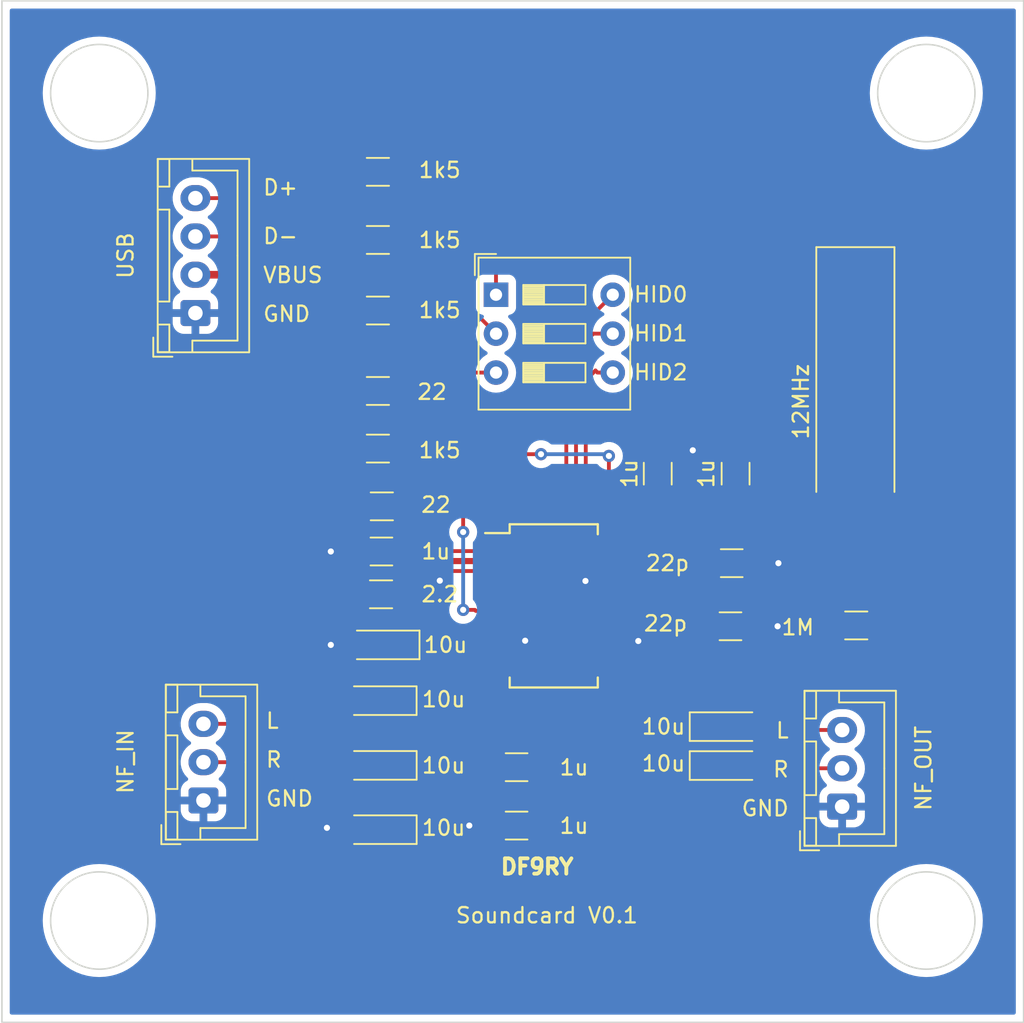
<source format=kicad_pcb>
(kicad_pcb (version 20211014) (generator pcbnew)
  (layers (0 "F.Cu" signal) (31 "B.Cu" power) (35 "F.Paste" user) (37 "F.SilkS" user "F.Silkscreen") (38 "B.Mask" user) (39 "F.Mask" user) (44 "Edge.Cuts" user))
  (net 0 "")
  (net 1 "Net-(C12-Pad1)")
  (net 2 "Net-(C13-Pad1)")
  (net 3 "Net-(J2-Pad3)")
  (net 4 "Net-(R7-Pad2)")
  (net 5 "Net-(J2-Pad4)")
  (net 6 "Net-(R6-Pad2)")
  (net 7 "Net-(C4-Pad2)")
  (net 8 "Net-(J2-Pad2)")
  (net 9 "VCC")
  (net 10 "Net-(R1-Pad1)")
  (net 11 "Net-(R3-Pad2)")
  (net 12 "Net-(R2-Pad2)")
  (net 13 "Net-(R1-Pad2)")
  (net 14 "GND")
  (net 15 "Net-(SW1-Pad6)")
  (net 16 "Net-(SW1-Pad5)")
  (net 17 "Net-(SW1-Pad4)")
  (net 18 "Net-(C5-Pad1)")
  (net 19 "Net-(C1-Pad1)")
  (net 20 "Net-(C2-Pad1)")
  (net 21 "Net-(C6-Pad1)")
  (net 22 "Net-(C11-Pad1)")
  (net 23 "Net-(C10-Pad1)")
  (net 24 "Net-(C7-Pad1)")
  (net 25 "Net-(C8-Pad1)")
  (net 26 "Net-(C9-Pad1)")
  (net 28 "Net-(C2-Pad2)")
  (net 29 "Net-(C1-Pad2)")
  (net 30 "Net-(C11-Pad2)")
  (net 31 "Net-(C10-Pad2)")
  (footprint "Resistor_SMD:R_1206_3216Metric_Pad1.30x1.75mm_HandSolder" (layer "F.Cu") (at 116.61 79.44)
    (fp_text reference "R6" hide)
    (fp_text value "22" (at 3.532 0.062) (layer "F.SilkS"))
    (fp_line (start -0.727064 -0.91) (end 0.727064 -0.91) (layer "F.SilkS") (width 0.12))
    (fp_line (start -0.727064 0.91) (end 0.727064 0.91) (layer "F.SilkS") (width 0.12))
    (pad "1" smd roundrect (at -1.55 0) (size 1.3 1.75) (layers "F.Cu" "F.Paste" "F.Mask") (roundrect_rratio 0.192308) (net 5 "Net-(J2-Pad4)"))
    (pad "2" smd roundrect (at 1.55 0) (size 1.3 1.75) (layers "F.Cu" "F.Paste" "F.Mask") (roundrect_rratio 0.192308) (net 6 "Net-(R6-Pad2)"))
  )
  (footprint "Capacitor_SMD:C_1206_3216Metric_Pad1.33x1.80mm_HandSolder" (layer "F.Cu") (at 134.874 84.836 -90)
    (fp_text reference "C4" hide)
    (fp_text value "1u" (at 0 1.85 90) (layer "F.SilkS"))
    (fp_line (start -0.711252 -0.91) (end 0.711252 -0.91) (layer "F.SilkS") (width 0.12))
    (fp_line (start -0.711252 0.91) (end 0.711252 0.91) (layer "F.SilkS") (width 0.12))
    (pad "1" smd roundrect (at -1.5625 0 270) (size 1.325 1.8) (layers "F.Cu" "F.Paste" "F.Mask") (roundrect_rratio 0.188679) (net 14 "GND"))
    (pad "2" smd roundrect (at 1.5625 0 270) (size 1.325 1.8) (layers "F.Cu" "F.Paste" "F.Mask") (roundrect_rratio 0.188679) (net 7 "Net-(C4-Pad2)"))
  )
  (footprint "Capacitor_Tantalum_SMD:CP_EIA-3216-18_Kemet-A_Pad1.58x1.35mm_HandSolder" (layer "F.Cu") (at 116.65 99.65 180)
    (fp_text reference "C1" hide)
    (fp_text value "10u" (at -4.254 0.082) (layer "F.SilkS"))
    (fp_line (start -2.485 -0.935) (end -2.485 0.935) (layer "F.SilkS") (width 0.12))
    (fp_line (start 1.6 -0.935) (end -2.485 -0.935) (layer "F.SilkS") (width 0.12))
    (fp_line (start -2.485 0.935) (end 1.6 0.935) (layer "F.SilkS") (width 0.12))
    (pad "1" smd roundrect (at -1.4375 0 180) (size 1.575 1.35) (layers "F.Cu" "F.Paste" "F.Mask") (roundrect_rratio 0.185185) (net 19 "Net-(C1-Pad1)"))
    (pad "2" smd roundrect (at 1.4375 0 180) (size 1.575 1.35) (layers "F.Cu" "F.Paste" "F.Mask") (roundrect_rratio 0.185185) (net 29 "Net-(C1-Pad2)"))
  )
  (footprint "Connector_JST:JST_XH_B3B-XH-A_1x03_P2.50mm_Vertical" (layer "F.Cu") (at 105.225 106.165 90)
    (fp_text reference "J1" hide)
    (fp_text value "NF_IN" (at 2.54 -5.08 90) (layer "F.SilkS"))
    (fp_line (start -2.56 3.51) (end 7.56 3.51) (layer "F.SilkS") (width 0.12))
    (fp_line (start 4.25 -1.7) (end 4.25 -2.45) (layer "F.SilkS") (width 0.12))
    (fp_line (start 7.55 -0.2) (end 6.8 -0.2) (layer "F.SilkS") (width 0.12))
    (fp_line (start -2.55 -0.2) (end -1.8 -0.2) (layer "F.SilkS") (width 0.12))
    (fp_line (start -2.85 -2.75) (end -2.85 -1.5) (layer "F.SilkS") (width 0.12))
    (fp_line (start -2.56 -2.46) (end -2.56 3.51) (layer "F.SilkS") (width 0.12))
    (fp_line (start -1.8 2.75) (end 2.5 2.75) (layer "F.SilkS") (width 0.12))
    (fp_line (start 0.75 -2.45) (end 0.75 -1.7) (layer "F.SilkS") (width 0.12))
    (fp_line (start 6.8 -0.2) (end 6.8 2.75) (layer "F.SilkS") (width 0.12))
    (fp_line (start -0.75 -2.45) (end -2.55 -2.45) (layer "F.SilkS") (width 0.12))
    (fp_line (start 5.75 -2.45) (end 5.75 -1.7) (layer "F.SilkS") (width 0.12))
    (fp_line (start 5.75 -1.7) (end 7.55 -1.7) (layer "F.SilkS") (width 0.12))
    (fp_line (start 4.25 -2.45) (end 0.75 -2.45) (layer "F.SilkS") (width 0.12))
    (fp_line (start 7.55 -2.45) (end 5.75 -2.45) (layer "F.SilkS") (width 0.12))
    (fp_line (start 0.75 -1.7) (end 4.25 -1.7) (layer "F.SilkS") (width 0.12))
    (fp_line (start 7.56 3.51) (end 7.56 -2.46) (layer "F.SilkS") (width 0.12))
    (fp_line (start -1.6 -2.75) (end -2.85 -2.75) (layer "F.SilkS") (width 0.12))
    (fp_line (start -1.8 -0.2) (end -1.8 2.75) (layer "F.SilkS") (width 0.12))
    (fp_line (start -2.55 -2.45) (end -2.55 -1.7) (layer "F.SilkS") (width 0.12))
    (fp_line (start -0.75 -1.7) (end -0.75 -2.45) (layer "F.SilkS") (width 0.12))
    (fp_line (start 7.56 -2.46) (end -2.56 -2.46) (layer "F.SilkS") (width 0.12))
    (fp_line (start 7.55 -1.7) (end 7.55 -2.45) (layer "F.SilkS") (width 0.12))
    (fp_line (start -2.55 -1.7) (end -0.75 -1.7) (layer "F.SilkS") (width 0.12))
    (fp_line (start 6.8 2.75) (end 2.5 2.75) (layer "F.SilkS") (width 0.12))
    (pad "1" thru_hole roundrect (at 0 0 90) (size 1.7 1.95) (drill 0.95) (layers *.Cu *.Mask) (roundrect_rratio 0.147059) (net 14 "GND"))
    (pad "2" thru_hole oval (at 2.5 0 90) (size 1.7 1.95) (drill 0.95) (layers *.Cu *.Mask) (net 28 "Net-(C2-Pad2)"))
    (pad "3" thru_hole oval (at 5 0 90) (size 1.7 1.95) (drill 0.95) (layers *.Cu *.Mask) (net 29 "Net-(C1-Pad2)"))
  )
  (footprint "Capacitor_SMD:C_1206_3216Metric_Pad1.33x1.80mm_HandSolder" (layer "F.Cu") (at 139.954 84.836 90)
    (fp_text reference "C9" hide)
    (fp_text value "1u" (at 0 -1.905 90) (layer "F.SilkS"))
    (fp_line (start -0.711252 0.91) (end 0.711252 0.91) (layer "F.SilkS") (width 0.12))
    (fp_line (start -0.711252 -0.91) (end 0.711252 -0.91) (layer "F.SilkS") (width 0.12))
    (pad "1" smd roundrect (at -1.5625 0 90) (size 1.325 1.8) (layers "F.Cu" "F.Paste" "F.Mask") (roundrect_rratio 0.188679) (net 26 "Net-(C9-Pad1)"))
    (pad "2" smd roundrect (at 1.5625 0 90) (size 1.325 1.8) (layers "F.Cu" "F.Paste" "F.Mask") (roundrect_rratio 0.188679) (net 14 "GND"))
  )
  (footprint "Capacitor_Tantalum_SMD:CP_EIA-3216-18_Kemet-A_Pad1.58x1.35mm_HandSolder" (layer "F.Cu") (at 116.84 96.012 180)
    (fp_text reference "C5" hide)
    (fp_text value "10u" (at -4.191 0) (layer "F.SilkS"))
    (fp_line (start -2.485 -0.935) (end -2.485 0.935) (layer "F.SilkS") (width 0.12))
    (fp_line (start -2.485 0.935) (end 1.6 0.935) (layer "F.SilkS") (width 0.12))
    (fp_line (start 1.6 -0.935) (end -2.485 -0.935) (layer "F.SilkS") (width 0.12))
    (pad "1" smd roundrect (at -1.4375 0 180) (size 1.575 1.35) (layers "F.Cu" "F.Paste" "F.Mask") (roundrect_rratio 0.185185) (net 18 "Net-(C5-Pad1)"))
    (pad "2" smd roundrect (at 1.4375 0 180) (size 1.575 1.35) (layers "F.Cu" "F.Paste" "F.Mask") (roundrect_rratio 0.185185) (net 14 "GND"))
  )
  (footprint "Resistor_SMD:R_1206_3216Metric_Pad1.30x1.75mm_HandSolder" (layer "F.Cu") (at 116.61 69.585)
    (fp_text reference "R2" hide)
    (fp_text value "1k5" (at 4.04 0.011) (layer "F.SilkS"))
    (fp_line (start -0.727064 0.91) (end 0.727064 0.91) (layer "F.SilkS") (width 0.12))
    (fp_line (start -0.727064 -0.91) (end 0.727064 -0.91) (layer "F.SilkS") (width 0.12))
    (pad "1" smd roundrect (at -1.55 0) (size 1.3 1.75) (layers "F.Cu" "F.Paste" "F.Mask") (roundrect_rratio 0.192308) (net 10 "Net-(R1-Pad1)"))
    (pad "2" smd roundrect (at 1.55 0) (size 1.3 1.75) (layers "F.Cu" "F.Paste" "F.Mask") (roundrect_rratio 0.192308) (net 12 "Net-(R2-Pad2)"))
  )
  (footprint "Capacitor_Tantalum_SMD:CP_EIA-3216-18_Kemet-A_Pad1.58x1.35mm_HandSolder" (layer "F.Cu") (at 116.655 108.07 180)
    (fp_text reference "C6" hide)
    (fp_text value "10u" (at -4.249 0.12) (layer "F.SilkS"))
    (fp_line (start -2.485 -0.935) (end -2.485 0.935) (layer "F.SilkS") (width 0.12))
    (fp_line (start 1.6 -0.935) (end -2.485 -0.935) (layer "F.SilkS") (width 0.12))
    (fp_line (start -2.485 0.935) (end 1.6 0.935) (layer "F.SilkS") (width 0.12))
    (pad "1" smd roundrect (at -1.4375 0 180) (size 1.575 1.35) (layers "F.Cu" "F.Paste" "F.Mask") (roundrect_rratio 0.185185) (net 21 "Net-(C6-Pad1)"))
    (pad "2" smd roundrect (at 1.4375 0 180) (size 1.575 1.35) (layers "F.Cu" "F.Paste" "F.Mask") (roundrect_rratio 0.185185) (net 14 "GND"))
  )
  (footprint "Capacitor_SMD:C_1206_3216Metric_Pad1.33x1.80mm_HandSolder" (layer "F.Cu") (at 139.7 90.678)
    (fp_text reference "C12" hide)
    (fp_text value "22p" (at -4.191 0) (layer "F.SilkS"))
    (fp_line (start -0.711252 0.91) (end 0.711252 0.91) (layer "F.SilkS") (width 0.12))
    (fp_line (start -0.711252 -0.91) (end 0.711252 -0.91) (layer "F.SilkS") (width 0.12))
    (pad "1" smd roundrect (at -1.5625 0) (size 1.325 1.8) (layers "F.Cu" "F.Paste" "F.Mask") (roundrect_rratio 0.188679) (net 1 "Net-(C12-Pad1)"))
    (pad "2" smd roundrect (at 1.5625 0) (size 1.325 1.8) (layers "F.Cu" "F.Paste" "F.Mask") (roundrect_rratio 0.188679) (net 14 "GND"))
  )
  (footprint "Package_SO:SSOP-28_5.3x10.2mm_P0.65mm" (layer "F.Cu") (at 128.085 93.465)
    (fp_text reference "U1" hide)
    (fp_text value "PCM2902")
    (fp_line (start -2.875 5.325) (end 2.875 5.325) (layer "F.SilkS") (width 0.15))
    (fp_line (start 2.875 5.325) (end 2.875 4.675) (layer "F.SilkS") (width 0.15))
    (fp_line (start -2.875 5.325) (end -2.875 4.675) (layer "F.SilkS") (width 0.15))
    (fp_line (start -2.875 -4.75) (end -4.475 -4.75) (layer "F.SilkS") (width 0.15))
    (fp_line (start -2.875 -5.325) (end 2.875 -5.325) (layer "F.SilkS") (width 0.15))
    (fp_line (start -2.875 -5.325) (end -2.875 -4.75) (layer "F.SilkS") (width 0.15))
    (fp_line (start 2.875 -5.325) (end 2.875 -4.675) (layer "F.SilkS") (width 0.15))
    (pad "1" smd rect (at -3.6 -4.225) (size 1.75 0.45) (layers "F.Cu" "F.Paste" "F.Mask") (net 6 "Net-(R6-Pad2)"))
    (pad "2" smd rect (at -3.6 -3.575) (size 1.75 0.45) (layers "F.Cu" "F.Paste" "F.Mask") (net 4 "Net-(R7-Pad2)"))
    (pad "3" smd rect (at -3.6 -2.925) (size 1.75 0.45) (layers "F.Cu" "F.Paste" "F.Mask") (net 9 "VCC"))
    (pad "4" smd rect (at -3.6 -2.275) (size 1.75 0.45) (layers "F.Cu" "F.Paste" "F.Mask") (net 14 "GND"))
    (pad "5" smd rect (at -3.6 -1.625) (size 1.75 0.45) (layers "F.Cu" "F.Paste" "F.Mask") (net 15 "Net-(SW1-Pad6)"))
    (pad "6" smd rect (at -3.6 -0.975) (size 1.75 0.45) (layers "F.Cu" "F.Paste" "F.Mask") (net 16 "Net-(SW1-Pad5)"))
    (pad "7" smd rect (at -3.6 -0.325) (size 1.75 0.45) (layers "F.Cu" "F.Paste" "F.Mask") (net 17 "Net-(SW1-Pad4)"))
    (pad "8" smd rect (at -3.6 0.325) (size 1.75 0.45) (layers "F.Cu" "F.Paste" "F.Mask") (net 7 "Net-(C4-Pad2)"))
    (pad "9" smd rect (at -3.6 0.975) (size 1.75 0.45) (layers "F.Cu" "F.Paste" "F.Mask") (net 7 "Net-(C4-Pad2)"))
    (pad "10" smd rect (at -3.6 1.625) (size 1.75 0.45) (layers "F.Cu" "F.Paste" "F.Mask") (net 18 "Net-(C5-Pad1)"))
    (pad "11" smd rect (at -3.6 2.275) (size 1.75 0.45) (layers "F.Cu" "F.Paste" "F.Mask") (net 14 "GND"))
    (pad "12" smd rect (at -3.6 2.925) (size 1.75 0.45) (layers "F.Cu" "F.Paste" "F.Mask") (net 19 "Net-(C1-Pad1)"))
    (pad "13" smd rect (at -3.6 3.575) (size 1.75 0.45) (layers "F.Cu" "F.Paste" "F.Mask") (net 20 "Net-(C2-Pad1)"))
    (pad "14" smd rect (at -3.6 4.225) (size 1.75 0.45) (layers "F.Cu" "F.Paste" "F.Mask") (net 21 "Net-(C6-Pad1)"))
    (pad "15" smd rect (at 3.6 4.225) (size 1.75 0.45) (layers "F.Cu" "F.Paste" "F.Mask") (net 22 "Net-(C11-Pad1)"))
    (pad "16" smd rect (at 3.6 3.575) (size 1.75 0.45) (layers "F.Cu" "F.Paste" "F.Mask") (net 23 "Net-(C10-Pad1)"))
    (pad "17" smd rect (at 3.6 2.925) (size 1.75 0.45) (layers "F.Cu" "F.Paste" "F.Mask") (net 24 "Net-(C7-Pad1)"))
    (pad "18" smd rect (at 3.6 2.275) (size 1.75 0.45) (layers "F.Cu" "F.Paste" "F.Mask") (net 14 "GND"))
    (pad "19" smd rect (at 3.6 1.625) (size 1.75 0.45) (layers "F.Cu" "F.Paste" "F.Mask") (net 25 "Net-(C8-Pad1)"))
    (pad "20" smd rect (at 3.6 0.975) (size 1.75 0.45) (layers "F.Cu" "F.Paste" "F.Mask") (net 2 "Net-(C13-Pad1)"))
    (pad "21" smd rect (at 3.6 0.325) (size 1.75 0.45) (layers "F.Cu" "F.Paste" "F.Mask") (net 1 "Net-(C12-Pad1)"))
    (pad "22" smd rect (at 3.6 -0.325) (size 1.75 0.45) (layers "F.Cu" "F.Paste" "F.Mask") (net 14 "GND"))
    (pad "23" smd rect (at 3.6 -0.975) (size 1.75 0.45) (layers "F.Cu" "F.Paste" "F.Mask") (net 26 "Net-(C9-Pad1)"))
    (pad "24" smd rect (at 3.6 -1.625) (size 1.75 0.45) (layers "F.Cu" "F.Paste" "F.Mask") (net 14 "GND"))
    (pad "25" smd rect (at 3.6 -2.275) (size 1.75 0.45) (layers "F.Cu" "F.Paste" "F.Mask"))
    (pad "26" smd rect (at 3.6 -2.925) (size 1.75 0.45) (layers "F.Cu" "F.Paste" "F.Mask") (net 14 "GND"))
    (pad "27" smd rect (at 3.6 -3.575) (size 1.75 0.45) (layers "F.Cu" "F.Paste" "F.Mask") (net 7 "Net-(C4-Pad2)"))
    (pad "28" smd rect (at 3.6 -4.225) (size 1.75 0.45) (layers "F.Cu" "F.Paste" "F.Mask") (net 10 "Net-(R1-Pad1)"))
  )
  (footprint "Resistor_SMD:R_1206_3216Metric_Pad1.30x1.75mm_HandSolder" (layer "F.Cu") (at 116.61 74.19)
    (fp_text reference "R3" hide)
    (fp_text value "1k5" (at 4.04 -0.022) (layer "F.SilkS"))
    (fp_line (start -0.727064 0.91) (end 0.727064 0.91) (layer "F.SilkS") (width 0.12))
    (fp_line (start -0.727064 -0.91) (end 0.727064 -0.91) (layer "F.SilkS") (width 0.12))
    (pad "1" smd roundrect (at -1.55 0) (size 1.3 1.75) (layers "F.Cu" "F.Paste" "F.Mask") (roundrect_rratio 0.192308) (net 10 "Net-(R1-Pad1)"))
    (pad "2" smd roundrect (at 1.55 0) (size 1.3 1.75) (layers "F.Cu" "F.Paste" "F.Mask") (roundrect_rratio 0.192308) (net 11 "Net-(R3-Pad2)"))
  )
  (footprint "Capacitor_SMD:C_1206_3216Metric_Pad1.33x1.80mm_HandSolder" (layer "F.Cu") (at 139.62 94.795)
    (fp_text reference "C13" hide)
    (fp_text value "22p" (at -4.238 -0.18) (layer "F.SilkS"))
    (fp_line (start -0.711252 0.91) (end 0.711252 0.91) (layer "F.SilkS") (width 0.12))
    (fp_line (start -0.711252 -0.91) (end 0.711252 -0.91) (layer "F.SilkS") (width 0.12))
    (pad "1" smd roundrect (at -1.5625 0) (size 1.325 1.8) (layers "F.Cu" "F.Paste" "F.Mask") (roundrect_rratio 0.188679) (net 2 "Net-(C13-Pad1)"))
    (pad "2" smd roundrect (at 1.5625 0) (size 1.325 1.8) (layers "F.Cu" "F.Paste" "F.Mask") (roundrect_rratio 0.188679) (net 14 "GND"))
  )
  (footprint "Capacitor_SMD:C_1206_3216Metric_Pad1.33x1.80mm_HandSolder" (layer "F.Cu") (at 125.661 107.803 180)
    (fp_text reference "C7" hide)
    (fp_text value "1u" (at -3.752 -0.02) (layer "F.SilkS"))
    (fp_line (start -0.711252 -0.91) (end 0.711252 -0.91) (layer "F.SilkS") (width 0.12))
    (fp_line (start -0.711252 0.91) (end 0.711252 0.91) (layer "F.SilkS") (width 0.12))
    (pad "1" smd roundrect (at -1.5625 0 180) (size 1.325 1.8) (layers "F.Cu" "F.Paste" "F.Mask") (roundrect_rratio 0.188679) (net 24 "Net-(C7-Pad1)"))
    (pad "2" smd roundrect (at 1.5625 0 180) (size 1.325 1.8) (layers "F.Cu" "F.Paste" "F.Mask") (roundrect_rratio 0.188679) (net 14 "GND"))
  )
  (footprint "Resistor_SMD:R_1206_3216Metric_Pad1.30x1.75mm_HandSolder" (layer "F.Cu") (at 116.61 65.14)
    (fp_text reference "R1" hide)
    (fp_text value "1k5" (at 4.04 -0.116) (layer "F.SilkS"))
    (fp_line (start -0.727064 -0.91) (end 0.727064 -0.91) (layer "F.SilkS") (width 0.12))
    (fp_line (start -0.727064 0.91) (end 0.727064 0.91) (layer "F.SilkS") (width 0.12))
    (pad "1" smd roundrect (at -1.55 0) (size 1.3 1.75) (layers "F.Cu" "F.Paste" "F.Mask") (roundrect_rratio 0.192308) (net 10 "Net-(R1-Pad1)"))
    (pad "2" smd roundrect (at 1.55 0) (size 1.3 1.75) (layers "F.Cu" "F.Paste" "F.Mask") (roundrect_rratio 0.192308) (net 13 "Net-(R1-Pad2)"))
  )
  (footprint "Crystal:Crystal_SMD_HC49-SD_HandSoldering" (layer "F.Cu") (at 147.77 80.13 -90)
    (fp_text reference "Y1" hide)
    (fp_text value "12MHz" (at 0 3.55 90) (layer "F.SilkS"))
    (fp_line (start -10.075 -2.55) (end -10.075 2.55) (layer "F.SilkS") (width 0.12))
    (fp_line (start -10.075 2.55) (end 5.9 2.55) (layer "F.SilkS") (width 0.12))
    (fp_line (start 5.9 -2.55) (end -10.075 -2.55) (layer "F.SilkS") (width 0.12))
    (pad "1" smd rect (at -5.9375 0 270) (size 7.875 2) (layers "F.Cu" "F.Paste" "F.Mask") (net 2 "Net-(C13-Pad1)"))
    (pad "2" smd rect (at 5.9375 0 270) (size 7.875 2) (layers "F.Cu" "F.Paste" "F.Mask") (net 1 "Net-(C12-Pad1)"))
  )
  (footprint "Capacitor_SMD:C_1206_3216Metric_Pad1.33x1.80mm_HandSolder" (layer "F.Cu") (at 125.661 103.993 180)
    (fp_text reference "C8" hide)
    (fp_text value "1u" (at -3.752 -0.02) (layer "F.SilkS"))
    (fp_line (start -0.711252 -0.91) (end 0.711252 -0.91) (layer "F.SilkS") (width 0.12))
    (fp_line (start -0.711252 0.91) (end 0.711252 0.91) (layer "F.SilkS") (width 0.12))
    (pad "1" smd roundrect (at -1.5625 0 180) (size 1.325 1.8) (layers "F.Cu" "F.Paste" "F.Mask") (roundrect_rratio 0.188679) (net 25 "Net-(C8-Pad1)"))
    (pad "2" smd roundrect (at 1.5625 0 180) (size 1.325 1.8) (layers "F.Cu" "F.Paste" "F.Mask") (roundrect_rratio 0.188679) (net 14 "GND"))
  )
  (footprint "Connector_JST:JST_XH_B3B-XH-A_1x03_P2.50mm_Vertical" (layer "F.Cu") (at 146.9075 106.565 90)
    (fp_text reference "J3" hide)
    (fp_text value "NF_OUT" (at 2.5 5.3075 270) (layer "F.SilkS"))
    (fp_line (start 6.8 2.75) (end 2.5 2.75) (layer "F.SilkS") (width 0.12))
    (fp_line (start -2.55 -1.7) (end -0.75 -1.7) (layer "F.SilkS") (width 0.12))
    (fp_line (start -2.85 -2.75) (end -2.85 -1.5) (layer "F.SilkS") (width 0.12))
    (fp_line (start 4.25 -2.45) (end 0.75 -2.45) (layer "F.SilkS") (width 0.12))
    (fp_line (start 0.75 -2.45) (end 0.75 -1.7) (layer "F.SilkS") (width 0.12))
    (fp_line (start -2.56 3.51) (end 7.56 3.51) (layer "F.SilkS") (width 0.12))
    (fp_line (start 7.55 -0.2) (end 6.8 -0.2) (layer "F.SilkS") (width 0.12))
    (fp_line (start -1.8 -0.2) (end -1.8 2.75) (layer "F.SilkS") (width 0.12))
    (fp_line (start -1.6 -2.75) (end -2.85 -2.75) (layer "F.SilkS") (width 0.12))
    (fp_line (start 7.55 -1.7) (end 7.55 -2.45) (layer "F.SilkS") (width 0.12))
    (fp_line (start 6.8 -0.2) (end 6.8 2.75) (layer "F.SilkS") (width 0.12))
    (fp_line (start -2.55 -2.45) (end -2.55 -1.7) (layer "F.SilkS") (width 0.12))
    (fp_line (start -2.56 -2.46) (end -2.56 3.51) (layer "F.SilkS") (width 0.12))
    (fp_line (start 4.25 -1.7) (end 4.25 -2.45) (layer "F.SilkS") (width 0.12))
    (fp_line (start -2.55 -0.2) (end -1.8 -0.2) (layer "F.SilkS") (width 0.12))
    (fp_line (start -0.75 -2.45) (end -2.55 -2.45) (layer "F.SilkS") (width 0.12))
    (fp_line (start 7.55 -2.45) (end 5.75 -2.45) (layer "F.SilkS") (width 0.12))
    (fp_line (start 7.56 -2.46) (end -2.56 -2.46) (layer "F.SilkS") (width 0.12))
    (fp_line (start 7.56 3.51) (end 7.56 -2.46) (layer "F.SilkS") (width 0.12))
    (fp_line (start 0.75 -1.7) (end 4.25 -1.7) (layer "F.SilkS") (width 0.12))
    (fp_line (start 5.75 -2.45) (end 5.75 -1.7) (layer "F.SilkS") (width 0.12))
    (fp_line (start -1.8 2.75) (end 2.5 2.75) (layer "F.SilkS") (width 0.12))
    (fp_line (start 5.75 -1.7) (end 7.55 -1.7) (layer "F.SilkS") (width 0.12))
    (fp_line (start -0.75 -1.7) (end -0.75 -2.45) (layer "F.SilkS") (width 0.12))
    (pad "1" thru_hole roundrect (at 0 0 90) (size 1.7 1.95) (drill 0.95) (layers *.Cu *.Mask) (roundrect_rratio 0.147059) (net 14 "GND"))
    (pad "2" thru_hole oval (at 2.5 0 90) (size 1.7 1.95) (drill 0.95) (layers *.Cu *.Mask) (net 30 "Net-(C11-Pad2)"))
    (pad "3" thru_hole oval (at 5 0 90) (size 1.7 1.95) (drill 0.95) (layers *.Cu *.Mask) (net 31 "Net-(C10-Pad2)"))
  )
  (footprint "Resistor_SMD:R_1206_3216Metric_Pad1.30x1.75mm_HandSolder" (layer "F.Cu") (at 116.816 92.71)
    (fp_text reference "R4" hide)
    (fp_text value "2.2" (at 3.834 0) (layer "F.SilkS"))
    (fp_line (start -0.727064 -0.91) (end 0.727064 -0.91) (layer "F.SilkS") (width 0.12))
    (fp_line (start -0.727064 0.91) (end 0.727064 0.91) (layer "F.SilkS") (width 0.12))
    (pad "1" smd roundrect (at -1.55 0) (size 1.3 1.75) (layers "F.Cu" "F.Paste" "F.Mask") (roundrect_rratio 0.192308) (net 8 "Net-(J2-Pad2)"))
    (pad "2" smd roundrect (at 1.55 0) (size 1.3 1.75) (layers "F.Cu" "F.Paste" "F.Mask") (roundrect_rratio 0.192308) (net 9 "VCC"))
  )
  (footprint "Capacitor_Tantalum_SMD:CP_EIA-3216-18_Kemet-A_Pad1.58x1.35mm_HandSolder" (layer "F.Cu") (at 139.446 103.886)
    (fp_text reference "C11" hide)
    (fp_text value "10u" (at -4.191 -0.127) (layer "F.SilkS"))
    (fp_line (start 1.6 -0.935) (end -2.485 -0.935) (layer "F.SilkS") (width 0.12))
    (fp_line (start -2.485 -0.935) (end -2.485 0.935) (layer "F.SilkS") (width 0.12))
    (fp_line (start -2.485 0.935) (end 1.6 0.935) (layer "F.SilkS") (width 0.12))
    (pad "1" smd roundrect (at -1.4375 0) (size 1.575 1.35) (layers "F.Cu" "F.Paste" "F.Mask") (roundrect_rratio 0.185185) (net 22 "Net-(C11-Pad1)"))
    (pad "2" smd roundrect (at 1.4375 0) (size 1.575 1.35) (layers "F.Cu" "F.Paste" "F.Mask") (roundrect_rratio 0.185185) (net 30 "Net-(C11-Pad2)"))
  )
  (footprint "Resistor_SMD:R_1206_3216Metric_Pad1.30x1.75mm_HandSolder" (layer "F.Cu") (at 116.61 83.2)
    (fp_text reference "R5" hide)
    (fp_text value "1k5" (at 4.04 0.112) (layer "F.SilkS"))
    (fp_line (start -0.727064 -0.91) (end 0.727064 -0.91) (layer "F.SilkS") (width 0.12))
    (fp_line (start -0.727064 0.91) (end 0.727064 0.91) (layer "F.SilkS") (width 0.12))
    (pad "1" smd roundrect (at -1.55 0) (size 1.3 1.75) (layers "F.Cu" "F.Paste" "F.Mask") (roundrect_rratio 0.192308) (net 5 "Net-(J2-Pad4)"))
    (pad "2" smd roundrect (at 1.55 0) (size 1.3 1.75) (layers "F.Cu" "F.Paste" "F.Mask") (roundrect_rratio 0.192308) (net 7 "Net-(C4-Pad2)"))
  )
  (footprint "Capacitor_Tantalum_SMD:CP_EIA-3216-18_Kemet-A_Pad1.58x1.35mm_HandSolder" (layer "F.Cu") (at 116.655 103.875 180)
    (fp_text reference "C2" hide)
    (fp_text value "10u" (at -4.249 -0.011) (layer "F.SilkS"))
    (fp_line (start -2.485 0.935) (end 1.6 0.935) (layer "F.SilkS") (width 0.12))
    (fp_line (start 1.6 -0.935) (end -2.485 -0.935) (layer "F.SilkS") (width 0.12))
    (fp_line (start -2.485 -0.935) (end -2.485 0.935) (layer "F.SilkS") (width 0.12))
    (pad "1" smd roundrect (at -1.4375 0 180) (size 1.575 1.35) (layers "F.Cu" "F.Paste" "F.Mask") (roundrect_rratio 0.185185) (net 20 "Net-(C2-Pad1)"))
    (pad "2" smd roundrect (at 1.4375 0 180) (size 1.575 1.35) (layers "F.Cu" "F.Paste" "F.Mask") (roundrect_rratio 0.185185) (net 28 "Net-(C2-Pad2)"))
  )
  (footprint "Resistor_SMD:R_1206_3216Metric_Pad1.30x1.75mm_HandSolder" (layer "F.Cu") (at 116.866 86.97)
    (fp_text reference "R7" hide)
    (fp_text value "22" (at 3.53 -0.102) (layer "F.SilkS"))
    (fp_line (start -0.727064 -0.91) (end 0.727064 -0.91) (layer "F.SilkS") (width 0.12))
    (fp_line (start -0.727064 0.91) (end 0.727064 0.91) (layer "F.SilkS") (width 0.12))
    (pad "1" smd roundrect (at -1.55 0) (size 1.3 1.75) (layers "F.Cu" "F.Paste" "F.Mask") (roundrect_rratio 0.192308) (net 3 "Net-(J2-Pad3)"))
    (pad "2" smd roundrect (at 1.55 0) (size 1.3 1.75) (layers "F.Cu" "F.Paste" "F.Mask") (roundrect_rratio 0.192308) (net 4 "Net-(R7-Pad2)"))
  )
  (footprint "Connector_JST:JST_XH_B4B-XH-A_1x04_P2.50mm_Vertical" (layer "F.Cu") (at 104.7 74.355 90)
    (fp_text reference "J2" hide)
    (fp_text value "USB" (at 3.75 -4.555 270) (layer "F.SilkS"))
    (fp_line (start 10.05 -0.2) (end 9.3 -0.2) (layer "F.SilkS") (width 0.12))
    (fp_line (start 10.05 -1.7) (end 10.05 -2.45) (layer "F.SilkS") (width 0.12))
    (fp_line (start -0.75 -2.45) (end -2.55 -2.45) (layer "F.SilkS") (width 0.12))
    (fp_line (start 8.25 -2.45) (end 8.25 -1.7) (layer "F.SilkS") (width 0.12))
    (fp_line (start 8.25 -1.7) (end 10.05 -1.7) (layer "F.SilkS") (width 0.12))
    (fp_line (start 6.75 -1.7) (end 6.75 -2.45) (layer "F.SilkS") (width 0.12))
    (fp_line (start -2.56 -2.46) (end -2.56 3.51) (layer "F.SilkS") (width 0.12))
    (fp_line (start 10.06 3.51) (end 10.06 -2.46) (layer "F.SilkS") (width 0.12))
    (fp_line (start 0.75 -1.7) (end 6.75 -1.7) (layer "F.SilkS") (width 0.12))
    (fp_line (start -2.55 -2.45) (end -2.55 -1.7) (layer "F.SilkS") (width 0.12))
    (fp_line (start 9.3 -0.2) (end 9.3 2.75) (layer "F.SilkS") (width 0.12))
    (fp_line (start -1.8 -0.2) (end -1.8 2.75) (layer "F.SilkS") (width 0.12))
    (fp_line (start 0.75 -2.45) (end 0.75 -1.7) (layer "F.SilkS") (width 0.12))
    (fp_line (start 6.75 -2.45) (end 0.75 -2.45) (layer "F.SilkS") (width 0.12))
    (fp_line (start -0.75 -1.7) (end -0.75 -2.45) (layer "F.SilkS") (width 0.12))
    (fp_line (start -2.55 -0.2) (end -1.8 -0.2) (layer "F.SilkS") (width 0.12))
    (fp_line (start -2.85 -2.75) (end -2.85 -1.5) (layer "F.SilkS") (width 0.12))
    (fp_line (start 10.05 -2.45) (end 8.25 -2.45) (layer "F.SilkS") (width 0.12))
    (fp_line (start -1.6 -2.75) (end -2.85 -2.75) (layer "F.SilkS") (width 0.12))
    (fp_line (start 9.3 2.75) (end 3.75 2.75) (layer "F.SilkS") (width 0.12))
    (fp_line (start -1.8 2.75) (end 3.75 2.75) (layer "F.SilkS") (width 0.12))
    (fp_line (start -2.55 -1.7) (end -0.75 -1.7) (layer "F.SilkS") (width 0.12))
    (fp_line (start 10.06 -2.46) (end -2.56 -2.46) (layer "F.SilkS") (width 0.12))
    (fp_line (start -2.56 3.51) (end 10.06 3.51) (layer "F.SilkS") (width 0.12))
    (pad "1" thru_hole roundrect (at 0 0 90) (size 1.7 1.95) (drill 0.95) (layers *.Cu *.Mask) (roundrect_rratio 0.147059) (net 14 "GND"))
    (pad "2" thru_hole oval (at 2.5 0 90) (size 1.7 1.95) (drill 0.95) (layers *.Cu *.Mask) (net 8 "Net-(J2-Pad2)"))
    (pad "3" thru_hole oval (at 5 0 90) (size 1.7 1.95) (drill 0.95) (layers *.Cu *.Mask) (net 3 "Net-(J2-Pad3)"))
    (pad "4" thru_hole oval (at 7.5 0 90) (size 1.7 1.95) (drill 0.95) (layers *.Cu *.Mask) (net 5 "Net-(J2-Pad4)"))
  )
  (footprint "Resistor_SMD:R_1206_3216Metric_Pad1.30x1.75mm_HandSolder" (layer "F.Cu") (at 147.828 94.742)
    (fp_text reference "R8" hide)
    (fp_text value "1M" (at -3.81 0.127) (layer "F.SilkS"))
    (fp_line (start -0.727064 -0.91) (end 0.727064 -0.91) (layer "F.SilkS") (width 0.12))
    (fp_line (start -0.727064 0.91) (end 0.727064 0.91) (layer "F.SilkS") (width 0.12))
    (pad "1" smd roundrect (at -1.55 0) (size 1.3 1.75) (layers "F.Cu" "F.Paste" "F.Mask") (roundrect_rratio 0.192308) (net 1 "Net-(C12-Pad1)"))
    (pad "2" smd roundrect (at 1.55 0) (size 1.3 1.75) (layers "F.Cu" "F.Paste" "F.Mask") (roundrect_rratio 0.192308) (net 2 "Net-(C13-Pad1)"))
  )
  (footprint "Button_Switch_THT:SW_DIP_SPSTx03_Slide_9.78x9.8mm_W7.62mm_P2.54mm" (layer "F.Cu") (at 124.3175 73.16)
    (fp_text reference "SW1" hide)
    (fp_text value "HID")
    (fp_line (start 1.78 5.645) (end 3.133333 5.645) (layer "F.SilkS") (width 0.12))
    (fp_line (start 1.78 2.025) (end 3.133333 2.025) (layer "F.SilkS") (width 0.12))
    (fp_line (start 1.78 2.265) (end 3.133333 2.265) (layer "F.SilkS") (width 0.12))
    (fp_line (start 1.78 -0.395) (end 3.133333 -0.395) (layer "F.SilkS") (width 0.12))
    (fp_line (start 1.78 5.285) (end 3.133333 5.285) (layer "F.SilkS") (width 0.12))
    (fp_line (start -1.14 -2.42) (end -1.14 7.5) (layer "F.SilkS") (width 0.12))
    (fp_line (start 1.78 5.525) (end 3.133333 5.525) (layer "F.SilkS") (width 0.12))
    (fp_line (start 1.78 -0.635) (end 1.78 0.635) (layer "F.SilkS") (width 0.12))
    (fp_line (start 1.78 0.325) (end 3.133333 0.325) (layer "F.SilkS") (width 0.12))
    (fp_line (start 1.78 2.145) (end 3.133333 2.145) (layer "F.SilkS") (width 0.12))
    (fp_line (start 1.78 0.445) (end 3.133333 0.445) (layer "F.SilkS") (width 0.12))
    (fp_line (start 3.133333 1.905) (end 3.133333 3.175) (layer "F.SilkS") (width 0.12))
    (fp_line (start 1.78 -0.515) (end 3.133333 -0.515) (layer "F.SilkS") (width 0.12))
    (fp_line (start 1.78 1.905) (end 1.78 3.175) (layer "F.SilkS") (width 0.12))
    (fp_line (start 8.76 -2.42) (end 8.76 7.5) (layer "F.SilkS") (width 0.12))
    (fp_line (start -1.38 -2.66) (end 0.004 -2.66) (layer "F.SilkS") (width 0.12))
    (fp_line (start 3.133333 4.445) (end 3.133333 5.715) (layer "F.SilkS") (width 0.12))
    (fp_line (start -1.38 -2.66) (end -1.38 -1.277) (layer "F.SilkS") (width 0.12))
    (fp_line (start 1.78 5.405) (end 3.133333 5.405) (layer "F.SilkS") (width 0.12))
    (fp_line (start -1.14 7.5) (end 8.76 7.5) (layer "F.SilkS") (width 0.12))
    (fp_line (start 5.84 5.715) (end 5.84 4.445) (layer "F.SilkS") (width 0.12))
    (fp_line (start 1.78 0.565) (end 3.133333 0.565) (layer "F.SilkS") (width 0.12))
    (fp_line (start 1.78 4.565) (end 3.133333 4.565) (layer "F.SilkS") (width 0.12))
    (fp_line (start 1.78 0.635) (end 5.84 0.635) (layer "F.SilkS") (width 0.12))
    (fp_line (start 1.78 -0.035) (end 3.133333 -0.035) (layer "F.SilkS") (width 0.12))
    (fp_line (start 1.78 2.985) (end 3.133333 2.985) (layer "F.SilkS") (width 0.12))
    (fp_line (start 1.78 -0.155) (end 3.133333 -0.155) (layer "F.SilkS") (width 0.12))
    (fp_line (start 1.78 0.085) (end 3.133333 0.085) (layer "F.SilkS") (width 0.12))
    (fp_line (start 1.78 2.625) (end 3.133333 2.625) (layer "F.SilkS") (width 0.12))
    (fp_line (start 5.84 3.175) (end 5.84 1.905) (layer "F.SilkS") (width 0.12))
    (fp_line (start 1.78 2.745) (end 3.133333 2.745) (layer "F.SilkS") (width 0.12))
    (fp_line (start 1.78 -0.275) (end 3.133333 -0.275) (layer "F.SilkS") (width 0.12))
    (fp_line (start 1.78 4.925) (end 3.133333 4.925) (layer "F.SilkS") (width 0.12))
    (fp_line (start 1.78 0.205) (end 3.133333 0.205) (layer "F.SilkS") (width 0.12))
    (fp_line (start -1.14 -2.42) (end 8.76 -2.42) (layer "F.SilkS") (width 0.12))
    (fp_line (start 1.78 4.445) (end 1.78 5.715) (layer "F.SilkS") (width 0.12))
    (fp_line (start 5.84 0.635) (end 5.84 -0.635) (layer "F.SilkS") (width 0.12))
    (fp_line (start 1.78 4.805) (end 3.133333 4.805) (layer "F.SilkS") (width 0.12))
    (fp_line (start 3.133333 -0.635) (end 3.133333 0.635) (layer "F.SilkS") (width 0.12))
    (fp_line (start 1.78 2.385) (end 3.133333 2.385) (layer "F.SilkS") (width 0.12))
    (fp_line (start 1.78 5.715) (end 5.84 5.715) (layer "F.SilkS") (width 0.12))
    (fp_line (start 5.84 4.445) (end 1.78 4.445) (layer "F.SilkS") (width 0.12))
    (fp_line (start 5.84 1.905) (end 1.78 1.905) (layer "F.SilkS") (width 0.12))
    (fp_line (start 1.78 4.685) (end 3.133333 4.685) (layer "F.SilkS") (width 0.12))
    (fp_line (start 1.78 3.175) (end 5.84 3.175) (layer "F.SilkS") (width 0.12))
    (fp_line (start 1.78 2.505) (end 3.133333 2.505) (layer "F.SilkS") (width 0.12))
    (fp_line (start 1.78 5.165) (end 3.133333 5.165) (layer "F.SilkS") (width 0.12))
    (fp_line (start 1.78 2.865) (end 3.133333 2.865) (layer "F.SilkS") (width 0.12))
    (fp_line (start 5.84 -0.635) (end 1.78 -0.635) (layer "F.SilkS") (width 0.12))
    (fp_line (start 1.78 5.045) (end 3.133333 5.045) (layer "F.SilkS") (width 0.12))
    (fp_line (start 1.78 3.105) (end 3.133333 3.105) (layer "F.SilkS") (width 0.12))
    (pad "1" thru_hole rect (at 0 0) (size 1.6 1.6) (drill 0.8) (layers *.Cu *.Mask) (net 13 "Net-(R1-Pad2)"))
    (pad "2" thru_hole oval (at 0 2.54) (size 1.6 1.6) (drill 0.8) (layers *.Cu *.Mask) (net 12 "Net-(R2-Pad2)"))
    (pad "3" thru_hole oval (at 0 5.08) (size 1.6 1.6) (drill 0.8) (layers *.Cu *.Mask) (net 11 "Net-(R3-Pad2)"))
    (pad "4" thru_hole oval (at 7.62 5.08) (size 1.6 1.6) (drill 0.8) (layers *.Cu *.Mask) (net 17 "Net-(SW1-Pad4)"))
    (pad "5" thru_hole oval (at 7.62 2.54) (size 1.6 1.6) (drill 0.8) (layers *.Cu *.Mask) (net 16 "Net-(SW1-Pad5)"))
    (pad "6" thru_hole oval (at 7.62 0) (size 1.6 1.6) (drill 0.8) (layers *.Cu *.Mask) (net 15 "Net-(SW1-Pad6)"))
  )
  (footprint "Capacitor_SMD:C_1206_3216Metric_Pad1.33x1.80mm_HandSolder" (layer "F.Cu") (at 116.84 89.916 180)
    (fp_text reference "C3" hide)
    (fp_text value "1u" (at -3.556 0) (layer "F.SilkS"))
    (fp_line (start -0.711252 -0.91) (end 0.711252 -0.91) (layer "F.SilkS") (width 0.12))
    (fp_line (start -0.711252 0.91) (end 0.711252 0.91) (layer "F.SilkS") (width 0.12))
    (pad "1" smd roundrect (at -1.5625 0 180) (size 1.325 1.8) (layers "F.Cu" "F.Paste" "F.Mask") (roundrect_rratio 0.188679) (net 9 "VCC"))
    (pad "2" smd roundrect (at 1.5625 0 180) (size 1.325 1.8) (layers "F.Cu" "F.Paste" "F.Mask") (roundrect_rratio 0.188679) (net 14 "GND"))
  )
  (footprint "Capacitor_Tantalum_SMD:CP_EIA-3216-18_Kemet-A_Pad1.58x1.35mm_HandSolder" (layer "F.Cu") (at 139.446 101.346)
    (fp_text reference "C10" hide)
    (fp_text value "10u" (at -4.191 0) (layer "F.SilkS"))
    (fp_line (start -2.485 -0.935) (end -2.485 0.935) (layer "F.SilkS") (width 0.12))
    (fp_line (start -2.485 0.935) (end 1.6 0.935) (layer "F.SilkS") (width 0.12))
    (fp_line (start 1.6 -0.935) (end -2.485 -0.935) (layer "F.SilkS") (width 0.12))
    (pad "1" smd roundrect (at -1.4375 0) (size 1.575 1.35) (layers "F.Cu" "F.Paste" "F.Mask") (roundrect_rratio 0.185185) (net 23 "Net-(C10-Pad1)"))
    (pad "2" smd roundrect (at 1.4375 0) (size 1.575 1.35) (layers "F.Cu" "F.Paste" "F.Mask") (roundrect_rratio 0.185185) (net 31 "Net-(C10-Pad2)"))
  )
  (gr_circle (center 152.4 60) (end 155.575 60) (layer "Edge.Cuts") (width 0.1) (fill none))
  (gr_circle (center 98.425 60) (end 101.6 60) (layer "Edge.Cuts") (width 0.1) (fill none))
  (gr_circle (center 152.4 114) (end 155.575 114) (layer "Edge.Cuts") (width 0.1) (fill none))
  (gr_rect (start 92.075 53.975) (end 158.75 120.65) (layer "Edge.Cuts") (width 0.1) (fill none))
  (gr_circle (center 98.425 114) (end 101.6 114) (layer "Edge.Cuts") (width 0.1) (fill none))
  (gr_text "D+" (at 109.035 66.16) (layer "F.SilkS") (effects (font (size 1 1)) (justify left)))
  (gr_text "GND" (at 109.22 106.045) (layer "F.SilkS") (effects (font (size 1 1)) (justify left)))
  (gr_text "D-" (at 109.035 69.335) (layer "F.SilkS") (effects (font (size 1 1)) (justify left)))
  (gr_text "L" (at 143.51 101.6) (layer "F.SilkS") (effects (font (size 1 1)) (justify right)))
  (gr_text "DF9RY" (at 127 110.49) (layer "F.SilkS") (effects (font (size 1 1) (thickness 0.25))))
  (gr_text "L" (at 109.22 100.965) (layer "F.SilkS") (effects (font (size 1 1)) (justify left)))
  (gr_text "Soundcard V0.1" (at 127.635 113.665) (layer "F.SilkS") (effects (font (size 1 1))))
  (gr_text "HID0" (at 135.07 73.145) (layer "F.SilkS") (effects (font (size 1 1))))
  (gr_text "GND" (at 143.51 106.68) (layer "F.SilkS") (effects (font (size 1 1)) (justify right)))
  (gr_text "HID2" (at 135.07 78.225) (layer "F.SilkS") (effects (font (size 1 1))))
  (gr_text "VBUS" (at 109.035 71.875) (layer "F.SilkS") (effects (font (size 1 1)) (justify left)))
  (gr_text "R" (at 109.22 103.505) (layer "F.SilkS") (effects (font (size 1 1)) (justify left)))
  (gr_text "R" (at 143.51 104.14) (layer "F.SilkS") (effects (font (size 1 1)) (justify right)))
  (gr_text "HID1" (at 135.07 75.685) (layer "F.SilkS") (effects (font (size 1 1))))
  (gr_text "GND" (at 109.035 74.415) (layer "F.SilkS") (effects (font (size 1 1)) (justify left)))
  (segment (start 134.048 93.79) (end 134.874 92.964) (width 0.25) (layer "F.Cu") (net 1))
  (segment (start 131.685 93.79) (end 134.048 93.79) (width 0.25) (layer "F.Cu") (net 1))
  (segment (start 147.77 90.228) (end 147.77 86.0675) (width 0.25) (layer "F.Cu") (net 1))
  (segment (start 145.161 92.837) (end 145.161 93.625) (width 0.25) (layer "F.Cu") (net 1))
  (segment (start 145.161 93.625) (end 146.278 94.742) (width 0.25) (layer "F.Cu") (net 1))
  (segment (start 137.16 90.678) (end 138.1375 90.678) (width 0.25) (layer "F.Cu") (net 1))
  (segment (start 145.034 92.964) (end 145.161 92.837) (width 0.25) (layer "F.Cu") (net 1))
  (segment (start 145.161 92.837) (end 147.77 90.228) (width 0.25) (layer "F.Cu") (net 1))
  (segment (start 134.874 92.964) (end 137.16 90.678) (width 0.25) (layer "F.Cu") (net 1))
  (segment (start 134.874 92.964) (end 145.034 92.964) (width 0.25) (layer "F.Cu") (net 1))
  (segment (start 138.0575 95.3855) (end 138.0575 94.795) (width 0.25) (layer "F.Cu") (net 2))
  (segment (start 138.0575 94.795) (end 134.419 94.795) (width 0.25) (layer "F.Cu") (net 2))
  (segment (start 151.892 94.742) (end 152.146 94.996) (width 0.25) (layer "F.Cu") (net 2))
  (segment (start 140.208 97.536) (end 138.0575 95.3855) (width 0.25) (layer "F.Cu") (net 2))
  (segment (start 152.146 94.996) (end 149.606 97.536) (width 0.25) (layer "F.Cu") (net 2))
  (segment (start 152.146 75.946) (end 152.146 94.996) (width 0.25) (layer "F.Cu") (net 2))
  (segment (start 149.378 94.742) (end 151.892 94.742) (width 0.25) (layer "F.Cu") (net 2))
  (segment (start 134.419 94.795) (end 134.064 94.44) (width 0.25) (layer "F.Cu") (net 2))
  (segment (start 147.77 74.1925) (end 150.3925 74.1925) (width 0.25) (layer "F.Cu") (net 2))
  (segment (start 150.3925 74.1925) (end 152.146 75.946) (width 0.25) (layer "F.Cu") (net 2))
  (segment (start 149.606 97.536) (end 140.208 97.536) (width 0.25) (layer "F.Cu") (net 2))
  (segment (start 134.064 94.44) (end 131.685 94.44) (width 0.25) (layer "F.Cu") (net 2))
  (segment (start 104.7 69.355) (end 108.217 69.355) (width 0.25) (layer "F.Cu") (net 3))
  (segment (start 112.014 83.924) (end 115.06 86.97) (width 0.25) (layer "F.Cu") (net 3))
  (segment (start 112.014 73.152) (end 112.014 83.924) (width 0.25) (layer "F.Cu") (net 3))
  (segment (start 108.217 69.355) (end 112.014 73.152) (width 0.25) (layer "F.Cu") (net 3))
  (segment (start 121.08 89.89) (end 118.16 86.97) (width 0.25) (layer "F.Cu") (net 4))
  (segment (start 124.485 89.89) (end 121.08 89.89) (width 0.25) (layer "F.Cu") (net 4))
  (segment (start 104.7 66.855) (end 106.987 66.855) (width 0.25) (layer "F.Cu") (net 5))
  (segment (start 106.987 66.855) (end 112.522 72.39) (width 0.25) (layer "F.Cu") (net 5))
  (segment (start 115.06 79.44) (end 115.06 83.2) (width 0.25) (layer "F.Cu") (net 5))
  (segment (start 114.238 79.44) (end 115.06 79.44) (width 0.25) (layer "F.Cu") (net 5))
  (segment (start 112.522 72.39) (end 112.522 77.724) (width 0.25) (layer "F.Cu") (net 5))
  (segment (start 112.522 77.724) (end 114.238 79.44) (width 0.25) (layer "F.Cu") (net 5))
  (segment (start 124.485 89.24) (end 124.485 85.765) (width 0.25) (layer "F.Cu") (net 6))
  (segment (start 124.485 85.765) (end 118.16 79.44) (width 0.25) (layer "F.Cu") (net 6))
  (segment (start 129.82 89.89) (end 125.92 93.79) (width 0.25) (layer "F.Cu") (net 7))
  (segment (start 125.92 93.79) (end 124.485 93.79) (width 0.25) (layer "F.Cu") (net 7))
  (segment (start 119.014 83.2) (end 122.174 86.36) (width 0.25) (layer "F.Cu") (net 7))
  (segment (start 134.874 87.63) (end 132.614 89.89) (width 0.25) (layer "F.Cu") (net 7))
  (segment (start 122.174 86.36) (end 122.174 88.646) (width 0.25) (layer "F.Cu") (net 7))
  (segment (start 131.685 89.89) (end 129.82 89.89) (width 0.25) (layer "F.Cu") (net 7))
  (segment (start 122.936 93.726) (end 122.174 93.726) (width 0.25) (layer "F.Cu") (net 7))
  (segment (start 124.485 94.44) (end 124.485 93.79) (width 0.25) (layer "F.Cu") (net 7))
  (segment (start 123 93.79) (end 122.936 93.726) (width 0.25) (layer "F.Cu") (net 7))
  (segment (start 124.485 93.79) (end 123 93.79) (width 0.25) (layer "F.Cu") (net 7))
  (segment (start 134.874 86.3985) (end 134.874 87.63) (width 0.25) (layer "F.Cu") (net 7))
  (segment (start 118.16 83.2) (end 119.014 83.2) (width 0.25) (layer "F.Cu") (net 7))
  (via (at 122.174 88.646) (size 0.8) (drill 0.4) (layers "F.Cu" "B.Cu") (net 7))
  (via (at 122.174 93.726) (size 0.8) (drill 0.4) (layers "F.Cu" "B.Cu") (net 7))
  (segment (start 122.174 88.646) (end 122.174 93.726) (width 0.25) (layer "B.Cu") (net 7))
  (segment (start 110.744 73.914) (end 108.685 71.855) (width 0.5) (layer "F.Cu") (net 8))
  (segment (start 115.266 92.71) (end 112.776 92.71) (width 0.5) (layer "F.Cu") (net 8))
  (segment (start 112.776 92.71) (end 110.744 90.678) (width 0.5) (layer "F.Cu") (net 8))
  (segment (start 110.744 90.678) (end 110.744 73.914) (width 0.5) (layer "F.Cu") (net 8))
  (segment (start 108.685 71.855) (end 104.7 71.855) (width 0.5) (layer "F.Cu") (net 8))
  (segment (start 118.4025 89.916) (end 118.4025 92.6735) (width 0.5) (layer "F.Cu") (net 9))
  (segment (start 120.512 90.54) (end 119.888 89.916) (width 0.4) (layer "F.Cu") (net 9))
  (segment (start 119.888 89.916) (end 118.4025 89.916) (width 0.4) (layer "F.Cu") (net 9))
  (segment (start 124.485 90.54) (end 120.512 90.54) (width 0.4) (layer "F.Cu") (net 9))
  (segment (start 118.4025 92.6735) (end 118.366 92.71) (width 0.25) (layer "F.Cu") (net 9))
  (segment (start 115.06 65.14) (end 115.06 69.585) (width 0.25) (layer "F.Cu") (net 10))
  (segment (start 115.824 77.216) (end 119.38 77.216) (width 0.25) (layer "F.Cu") (net 10))
  (segment (start 127 83.566) (end 127.254 83.566) (width 0.25) (layer "F.Cu") (net 10))
  (segment (start 115.062 74.192) (end 115.062 76.454) (width 0.25) (layer "F.Cu") (net 10))
  (segment (start 115.062 76.454) (end 115.824 77.216) (width 0.25) (layer "F.Cu") (net 10))
  (segment (start 119.38 77.216) (end 125.73 83.566) (width 0.25) (layer "F.Cu") (net 10))
  (segment (start 131.685 89.24) (end 131.685 83.679) (width 0.25) (layer "F.Cu") (net 10))
  (segment (start 115.06 74.19) (end 115.062 74.192) (width 0.25) (layer "F.Cu") (net 10))
  (segment (start 115.06 74.19) (end 115.06 69.585) (width 0.25) (layer "F.Cu") (net 10))
  (segment (start 125.73 83.566) (end 127 83.566) (width 0.25) (layer "F.Cu") (net 10))
  (via (at 127.254 83.566) (size 0.8) (drill 0.4) (layers "F.Cu" "B.Cu") (net 10))
  (via (at 131.685 83.679) (size 0.8) (drill 0.4) (layers "F.Cu" "B.Cu") (net 10))
  (segment (start 131.572 83.566) (end 131.685 83.679) (width 0.25) (layer "B.Cu") (net 10))
  (segment (start 127.254 83.566) (end 131.572 83.566) (width 0.25) (layer "B.Cu") (net 10))
  (segment (start 118.16 74.19) (end 122.21 78.24) (width 0.25) (layer "F.Cu") (net 11))
  (segment (start 122.21 78.24) (end 124.3175 78.24) (width 0.25) (layer "F.Cu") (net 11))
  (segment (start 118.2025 69.585) (end 124.3175 75.7) (width 0.25) (layer "F.Cu") (net 12))
  (segment (start 118.16 69.585) (end 118.2025 69.585) (width 0.25) (layer "F.Cu") (net 12))
  (segment (start 124.3175 71.2975) (end 124.3175 73.16) (width 0.25) (layer "F.Cu") (net 13))
  (segment (start 118.16 65.14) (end 124.3175 71.2975) (width 0.25) (layer "F.Cu") (net 13))
  (segment (start 136.9445 83.2735) (end 136.906 83.312) (width 0.25) (layer "F.Cu") (net 14))
  (segment (start 124.485 91.19) (end 121.281 91.19) (width 0.25) (layer "F.Cu") (net 14))
  (segment (start 134.874 83.2735) (end 136.8675 83.2735) (width 0.25) (layer "F.Cu") (net 14))
  (segment (start 141.2625 90.678) (end 142.748 90.678) (width 0.25) (layer "F.Cu") (net 14))
  (segment (start 133.586 95.74) (end 133.604 95.758) (width 0.25) (layer "F.Cu") (net 14))
  (segment (start 131.685 91.84) (end 130.156 91.84) (width 0.25) (layer "F.Cu") (net 14))
  (segment (start 130.224 93.14) (end 130.224 91.908) (width 0.25) (layer "F.Cu") (net 14))
  (segment (start 120.7135 91.7575) (end 120.65 91.821) (width 0.25) (layer "F.Cu") (net 14))
  (segment (start 124.485 95.74) (end 126.22 95.74) (width 0.25) (layer "F.Cu") (net 14))
  (segment (start 124.0985 107.803) (end 122.575 107.803) (width 0.25) (layer "F.Cu") (net 14))
  (segment (start 130.164 90.54) (end 130.156 90.548) (width 0.25) (layer "F.Cu") (net 14))
  (segment (start 113.404 108.07) (end 113.284 107.95) (width 0.25) (layer "F.Cu") (net 14))
  (segment (start 136.8675 83.2735) (end 136.906 83.312) (width 0.25) (layer "F.Cu") (net 14))
  (segment (start 130.156 90.548) (end 130.156 91.84) (width 0.25) (layer "F.Cu") (net 14))
  (segment (start 141.1825 94.795) (end 142.695 94.795) (width 0.25) (layer "F.Cu") (net 14))
  (segment (start 131.685 90.54) (end 130.164 90.54) (width 0.25) (layer "F.Cu") (net 14))
  (segment (start 131.685 95.74) (end 133.586 95.74) (width 0.25) (layer "F.Cu") (net 14))
  (segment (start 115.2175 108.07) (end 113.404 108.07) (width 0.25) (layer "F.Cu") (net 14))
  (segment (start 115.2775 89.916) (end 113.538 89.916) (width 0.5) (layer "F.Cu") (net 14))
  (segment (start 115.4025 96.012) (end 113.538 96.012) (width 0.25) (layer "F.Cu") (net 14))
  (segment (start 124.0985 103.993) (end 124.0985 107.803) (width 0.25) (layer "F.Cu") (net 14))
  (segment (start 121.281 91.19) (end 120.7135 91.7575) (width 0.25) (layer "F.Cu") (net 14))
  (segment (start 130.224 91.908) (end 130.156 91.84) (width 0.25) (layer "F.Cu") (net 14))
  (segment (start 139.954 83.2735) (end 136.9445 83.2735) (width 0.25) (layer "F.Cu") (net 14))
  (segment (start 131.685 93.14) (end 130.224 93.14) (width 0.25) (layer "F.Cu") (net 14))
  (via (at 137.16 83.312) (size 0.8) (drill 0.4) (layers "F.Cu" "B.Cu") (net 14))
  (via (at 113.538 89.916) (size 0.8) (drill 0.4) (layers "F.Cu" "B.Cu") (net 14))
  (via (at 113.284 107.95) (size 0.8) (drill 0.4) (layers "F.Cu" "B.Cu") (net 14))
  (via (at 113.538 96.012) (size 0.8) (drill 0.4) (layers "F.Cu" "B.Cu") (net 14))
  (via (at 142.695 94.795) (size 0.8) (drill 0.4) (layers "F.Cu" "B.Cu") (net 14))
  (via (at 126.22 95.74) (size 0.8) (drill 0.4) (layers "F.Cu" "B.Cu") (net 14))
  (via (at 133.604 95.758) (size 0.8) (drill 0.4) (layers "F.Cu" "B.Cu") (net 14))
  (via (at 142.748 90.678) (size 0.8) (drill 0.4) (layers "F.Cu" "B.Cu") (net 14))
  (via (at 122.575 107.803) (size 0.8) (drill 0.4) (layers "F.Cu" "B.Cu") (net 14))
  (via (at 120.65 91.821) (size 0.8) (drill 0.4) (layers "F.Cu" "B.Cu") (net 14))
  (via (at 130.156 91.84) (size 0.8) (drill 0.4) (layers "F.Cu" "B.Cu") (net 14))
  (segment (start 131.9375 73.16) (end 128.905 76.1925) (width 0.25) (layer "F.Cu") (net 15))
  (segment (start 127.635 86.995) (end 127.635 89.789) (width 0.25) (layer "F.Cu") (net 15))
  (segment (start 128.905 76.1925) (end 128.905 85.725) (width 0.25) (layer "F.Cu") (net 15))
  (segment (start 128.905 85.725) (end 127.635 86.995) (width 0.25) (layer "F.Cu") (net 15))
  (segment (start 125.368 91.84) (end 124.485 91.84) (width 0.25) (layer "F.Cu") (net 15))
  (segment (start 127.635 89.789) (end 125.476 91.948) (width 0.25) (layer "F.Cu") (net 15))
  (segment (start 125.476 91.948) (end 125.368 91.84) (width 0.25) (layer "F.Cu") (net 15))
  (segment (start 129.54 86.36) (end 128.27 87.63) (width 0.25) (layer "F.Cu") (net 16))
  (segment (start 131.9375 75.7) (end 130.675 75.7) (width 0.25) (layer "F.Cu") (net 16))
  (segment (start 130.675 75.7) (end 129.54 76.835) (width 0.25) (layer "F.Cu") (net 16))
  (segment (start 128.27 89.805) (end 125.585 92.49) (width 0.25) (layer "F.Cu") (net 16))
  (segment (start 128.27 87.63) (end 128.27 89.805) (width 0.25) (layer "F.Cu") (net 16))
  (segment (start 129.54 76.835) (end 129.54 86.36) (width 0.25) (layer "F.Cu") (net 16))
  (segment (start 125.585 92.49) (end 124.485 92.49) (width 0.25) (layer "F.Cu") (net 16))
  (segment (start 130.81 78.105) (end 130.175 78.74) (width 0.25) (layer "F.Cu") (net 17))
  (segment (start 128.905698 89.805698) (end 125.493396 93.218) (width 0.25) (layer "F.Cu") (net 17))
  (segment (start 125.493396 93.218) (end 124.563 93.218) (width 0.25) (layer "F.Cu") (net 17))
  (segment (start 124.563 93.218) (end 124.485 93.14) (width 0.25) (layer "F.Cu") (net 17))
  (segment (start 130.175 78.74) (end 130.175 80.007208) (width 0.25) (layer "F.Cu") (net 17))
  (segment (start 130.175 80.007208) (end 130.176396 80.008604) (width 0.25) (layer "F.Cu") (net 17))
  (segment (start 124.485 93.14) (end 124.585 93.24) (width 0.25) (layer "F.Cu") (net 17))
  (segment (start 130.176396 80.008604) (end 130.176396 86.36) (width 0.25) (layer "F.Cu") (net 17))
  (segment (start 130.176396 86.36) (end 128.905698 87.630698) (width 0.25) (layer "F.Cu") (net 17))
  (segment (start 128.905698 87.630698) (end 128.905698 89.805698) (width 0.25) (layer "F.Cu") (net 17))
  (segment (start 130.945 78.24) (end 130.81 78.105) (width 0.25) (layer "F.Cu") (net 17))
  (segment (start 131.9375 78.24) (end 130.945 78.24) (width 0.25) (layer "F.Cu") (net 17))
  (segment (start 120.396 96.012) (end 118.2775 96.012) (width 0.25) (layer "F.Cu") (net 18))
  (segment (start 121.318 95.09) (end 120.396 96.012) (width 0.25) (layer "F.Cu") (net 18))
  (segment (start 124.485 95.09) (end 121.318 95.09) (width 0.25) (layer "F.Cu") (net 18))
  (segment (start 121.3475 96.39) (end 124.485 96.39) (width 0.25) (layer "F.Cu") (net 19))
  (segment (start 118.0875 99.65) (end 121.3475 96.39) (width 0.25) (layer "F.Cu") (net 19))
  (segment (start 123.19 97.21) (end 123.36 97.04) (width 0.25) (layer "F.Cu") (net 20))
  (segment (start 123.19 97.155) (end 123.19 97.21) (width 0.25) (layer "F.Cu") (net 20))
  (segment (start 118.0925 102.2525) (end 123.19 97.155) (width 0.25) (layer "F.Cu") (net 20))
  (segment (start 123.36 97.04) (end 124.485 97.04) (width 0.25) (layer "F.Cu") (net 20))
  (segment (start 118.0925 103.875) (end 118.0925 102.2525) (width 0.25) (layer "F.Cu") (net 20))
  (segment (start 121.412 104.648) (end 121.412 100.763) (width 0.25) (layer "F.Cu") (net 21))
  (segment (start 118.0925 107.9675) (end 121.412 104.648) (width 0.25) (layer "F.Cu") (net 21))
  (segment (start 118.0925 108.07) (end 118.0925 107.9675) (width 0.25) (layer "F.Cu") (net 21))
  (segment (start 121.412 100.763) (end 124.485 97.69) (width 0.25) (layer "F.Cu") (net 21))
  (segment (start 133.25 97.69) (end 131.685 97.69) (width 0.25) (layer "F.Cu") (net 22))
  (segment (start 138.0085 103.886) (end 137.16 103.886) (width 0.25) (layer "F.Cu") (net 22))
  (segment (start 137.16 103.886) (end 134.874 101.6) (width 0.25) (layer "F.Cu") (net 22))
  (segment (start 134.874 101.6) (end 134.874 99.314) (width 0.25) (layer "F.Cu") (net 22))
  (segment (start 134.874 99.314) (end 133.25 97.69) (width 0.25) (layer "F.Cu") (net 22))
  (segment (start 137.668 101.346) (end 138.0085 101.346) (width 0.25) (layer "F.Cu") (net 23))
  (segment (start 131.685 97.04) (end 133.362 97.04) (width 0.25) (layer "F.Cu") (net 23))
  (segment (start 133.362 97.04) (end 137.668 101.346) (width 0.25) (layer "F.Cu") (net 23))
  (segment (start 130.048 104.9785) (end 127.2235 107.803) (width 0.25) (layer "F.Cu") (net 24))
  (segment (start 130.686 96.39) (end 130.048 97.028) (width 0.25) (layer "F.Cu") (net 24))
  (segment (start 130.048 97.028) (end 130.048 104.9785) (width 0.25) (layer "F.Cu") (net 24))
  (segment (start 131.685 96.39) (end 130.686 96.39) (width 0.25) (layer "F.Cu") (net 24))
  (segment (start 129.286 96.52) (end 129.286 101.9305) (width 0.25) (layer "F.Cu") (net 25))
  (segment (start 129.286 101.9305) (end 127.2235 103.993) (width 0.25) (layer "F.Cu") (net 25))
  (segment (start 130.716 95.09) (end 129.286 96.52) (width 0.25) (layer "F.Cu") (net 25))
  (segment (start 131.685 95.09) (end 130.716 95.09) (width 0.25) (layer "F.Cu") (net 25))
  (segment (start 131.685 92.49) (end 133.57 92.49) (width 0.25) (layer "F.Cu") (net 26))
  (segment (start 133.57 92.49) (end 139.954 86.106) (width 0.25) (layer "F.Cu") (net 26))
  (segment (start 139.954 86.106) (end 139.954 86.3985) (width 0.25) (layer "F.Cu") (net 26))
  (segment (start 105.225 103.665) (end 115.0075 103.665) (width 0.25) (layer "F.Cu") (net 28))
  (segment (start 115.0075 103.665) (end 115.2175 103.875) (width 0.25) (layer "F.Cu") (net 28))
  (segment (start 113.6975 101.165) (end 115.2125 99.65) (width 0.25) (layer "F.Cu") (net 29))
  (segment (start 105.225 101.165) (end 113.6975 101.165) (width 0.25) (layer "F.Cu") (net 29))
  (segment (start 141.0625 104.065) (end 140.8835 103.886) (width 0.25) (layer "F.Cu") (net 30))
  (segment (start 146.9075 104.065) (end 141.0625 104.065) (width 0.25) (layer "F.Cu") (net 30))
  (segment (start 143.2485 101.346) (end 143.4675 101.565) (width 0.25) (layer "F.Cu") (net 31))
  (segment (start 140.8835 101.346) (end 143.2485 101.346) (width 0.25) (layer "F.Cu") (net 31))
  (segment (start 146.9075 101.565) (end 143.4675 101.565) (width 0.25) (layer "F.Cu") (net 31))
  (zone (net 14) (net_name "GND") (layer "B.Cu") (name "GND") (connect_pads (clearance 0.508)) (min_thickness 0.254) (fill yes (thermal_gap 0.508) (thermal_bridge_width 0.508))
    (polygon (pts (xy 158.75 120.65) (xy 91.948 120.65) (xy 92.202 54.102) (xy 158.75 54.102)))
  )
)
</source>
